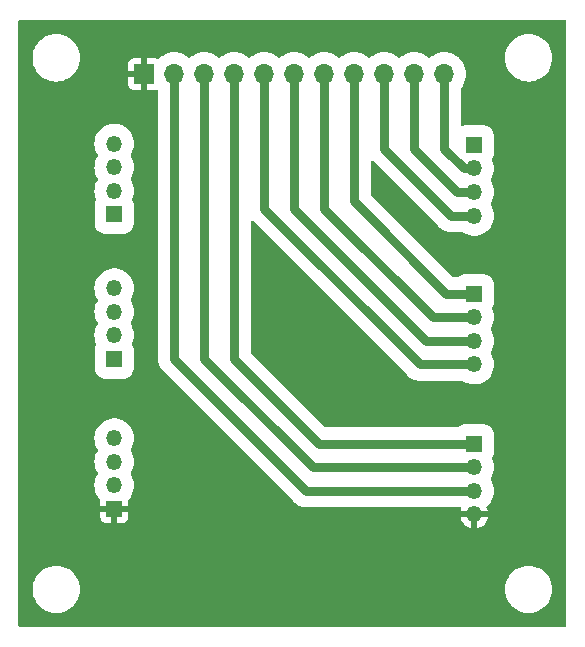
<source format=gbl>
G04 #@! TF.GenerationSoftware,KiCad,Pcbnew,(7.0.0-0)*
G04 #@! TF.CreationDate,2023-05-28T12:49:39+02:00*
G04 #@! TF.ProjectId,bms-breakout-board,626d732d-6272-4656-916b-6f75742d626f,rev?*
G04 #@! TF.SameCoordinates,Original*
G04 #@! TF.FileFunction,Copper,L2,Bot*
G04 #@! TF.FilePolarity,Positive*
%FSLAX46Y46*%
G04 Gerber Fmt 4.6, Leading zero omitted, Abs format (unit mm)*
G04 Created by KiCad (PCBNEW (7.0.0-0)) date 2023-05-28 12:49:39*
%MOMM*%
%LPD*%
G01*
G04 APERTURE LIST*
G04 #@! TA.AperFunction,ComponentPad*
%ADD10R,1.350000X1.350000*%
G04 #@! TD*
G04 #@! TA.AperFunction,ComponentPad*
%ADD11O,1.350000X1.350000*%
G04 #@! TD*
G04 #@! TA.AperFunction,ComponentPad*
%ADD12O,1.700000X1.700000*%
G04 #@! TD*
G04 #@! TA.AperFunction,ComponentPad*
%ADD13R,1.700000X1.700000*%
G04 #@! TD*
G04 #@! TA.AperFunction,Conductor*
%ADD14C,0.760000*%
G04 #@! TD*
G04 APERTURE END LIST*
D10*
X88899999Y-108869999D03*
D11*
X88899999Y-110869999D03*
X88899999Y-112869999D03*
X88899999Y-114869999D03*
D10*
X88899999Y-121459999D03*
D11*
X88899999Y-123459999D03*
X88899999Y-125459999D03*
X88899999Y-127459999D03*
D12*
X86359999Y-102869999D03*
X83819999Y-102869999D03*
X81279999Y-102869999D03*
X78739999Y-102869999D03*
X76199999Y-102869999D03*
X73659999Y-102869999D03*
X71119999Y-102869999D03*
X68579999Y-102869999D03*
X66039999Y-102869999D03*
X63499999Y-102869999D03*
D13*
X60959999Y-102869999D03*
D10*
X58419999Y-139699999D03*
D11*
X58419999Y-137699999D03*
X58419999Y-135699999D03*
X58419999Y-133699999D03*
D10*
X58419999Y-126999999D03*
D11*
X58419999Y-124999999D03*
X58419999Y-122999999D03*
X58419999Y-120999999D03*
D10*
X58419999Y-114759999D03*
D11*
X58419999Y-112759999D03*
X58419999Y-110759999D03*
X58419999Y-108759999D03*
D10*
X88899999Y-134159999D03*
D11*
X88899999Y-136159999D03*
X88899999Y-138159999D03*
X88899999Y-140159999D03*
D14*
X88900000Y-138160000D02*
X74660000Y-138160000D01*
X74660000Y-138160000D02*
X63500000Y-127000000D01*
X63500000Y-127000000D02*
X63500000Y-102870000D01*
X88900000Y-136160000D02*
X75200000Y-136160000D01*
X75200000Y-136160000D02*
X66040000Y-127000000D01*
X66040000Y-127000000D02*
X66040000Y-102870000D01*
X88900000Y-134160000D02*
X75740000Y-134160000D01*
X75740000Y-134160000D02*
X68580000Y-127000000D01*
X68580000Y-127000000D02*
X68580000Y-102870000D01*
X88900000Y-127460000D02*
X84280000Y-127460000D01*
X84280000Y-127460000D02*
X71120000Y-114300000D01*
X71120000Y-114300000D02*
X71120000Y-102870000D01*
X88900000Y-125460000D02*
X84820000Y-125460000D01*
X84820000Y-125460000D02*
X73660000Y-114300000D01*
X73660000Y-114300000D02*
X73660000Y-102870000D01*
X88900000Y-123460000D02*
X85360000Y-123460000D01*
X85360000Y-123460000D02*
X76200000Y-114300000D01*
X76200000Y-114300000D02*
X76200000Y-102870000D01*
X88900000Y-121460000D02*
X86535000Y-121460000D01*
X86535000Y-121460000D02*
X78740000Y-113665000D01*
X78740000Y-113665000D02*
X78740000Y-102870000D01*
X88900000Y-114870000D02*
X86930000Y-114870000D01*
X86930000Y-114870000D02*
X81280000Y-109220000D01*
X81280000Y-109220000D02*
X81280000Y-102870000D01*
X88900000Y-112870000D02*
X87470000Y-112870000D01*
X87470000Y-112870000D02*
X83820000Y-109220000D01*
X83820000Y-109220000D02*
X83820000Y-102870000D01*
X88900000Y-110870000D02*
X88010000Y-110870000D01*
X88010000Y-110870000D02*
X86360000Y-109220000D01*
X86360000Y-109220000D02*
X86360000Y-102870000D01*
G04 #@! TA.AperFunction,Conductor*
G36*
X96637500Y-98317113D02*
G01*
X96682887Y-98362500D01*
X96699500Y-98424500D01*
X96699500Y-149575500D01*
X96682887Y-149637500D01*
X96637500Y-149682887D01*
X96575500Y-149699500D01*
X50424500Y-149699500D01*
X50362500Y-149682887D01*
X50317113Y-149637500D01*
X50300500Y-149575500D01*
X50300500Y-146500000D01*
X51494390Y-146500000D01*
X51494706Y-146504418D01*
X51514487Y-146781005D01*
X51514488Y-146781014D01*
X51514804Y-146785428D01*
X51515744Y-146789753D01*
X51515746Y-146789761D01*
X51551565Y-146954417D01*
X51575631Y-147065046D01*
X51577175Y-147069185D01*
X51577176Y-147069189D01*
X51613317Y-147166088D01*
X51675633Y-147333161D01*
X51677753Y-147337043D01*
X51677756Y-147337050D01*
X51782922Y-147529646D01*
X51812774Y-147584315D01*
X51984261Y-147813395D01*
X52186605Y-148015739D01*
X52415685Y-148187226D01*
X52666839Y-148324367D01*
X52934954Y-148424369D01*
X53214572Y-148485196D01*
X53500000Y-148505610D01*
X53785428Y-148485196D01*
X54065046Y-148424369D01*
X54333161Y-148324367D01*
X54584315Y-148187226D01*
X54813395Y-148015739D01*
X55015739Y-147813395D01*
X55187226Y-147584315D01*
X55324367Y-147333161D01*
X55424369Y-147065046D01*
X55485196Y-146785428D01*
X55505610Y-146500000D01*
X91494390Y-146500000D01*
X91494706Y-146504418D01*
X91514487Y-146781005D01*
X91514488Y-146781014D01*
X91514804Y-146785428D01*
X91515744Y-146789753D01*
X91515746Y-146789761D01*
X91551565Y-146954417D01*
X91575631Y-147065046D01*
X91577175Y-147069185D01*
X91577176Y-147069189D01*
X91613317Y-147166088D01*
X91675633Y-147333161D01*
X91677753Y-147337043D01*
X91677756Y-147337050D01*
X91782922Y-147529646D01*
X91812774Y-147584315D01*
X91984261Y-147813395D01*
X92186605Y-148015739D01*
X92415685Y-148187226D01*
X92666839Y-148324367D01*
X92934954Y-148424369D01*
X93214572Y-148485196D01*
X93500000Y-148505610D01*
X93785428Y-148485196D01*
X94065046Y-148424369D01*
X94333161Y-148324367D01*
X94584315Y-148187226D01*
X94813395Y-148015739D01*
X95015739Y-147813395D01*
X95187226Y-147584315D01*
X95324367Y-147333161D01*
X95424369Y-147065046D01*
X95485196Y-146785428D01*
X95505610Y-146500000D01*
X95485196Y-146214572D01*
X95424369Y-145934954D01*
X95324367Y-145666839D01*
X95187226Y-145415685D01*
X95015739Y-145186605D01*
X94813395Y-144984261D01*
X94584315Y-144812774D01*
X94580420Y-144810647D01*
X94337050Y-144677756D01*
X94337043Y-144677753D01*
X94333161Y-144675633D01*
X94329017Y-144674087D01*
X94329012Y-144674085D01*
X94069189Y-144577176D01*
X94069185Y-144577175D01*
X94065046Y-144575631D01*
X94035075Y-144569111D01*
X93789761Y-144515746D01*
X93789753Y-144515744D01*
X93785428Y-144514804D01*
X93781014Y-144514488D01*
X93781005Y-144514487D01*
X93504418Y-144494706D01*
X93500000Y-144494390D01*
X93495582Y-144494706D01*
X93218994Y-144514487D01*
X93218983Y-144514488D01*
X93214572Y-144514804D01*
X93210248Y-144515744D01*
X93210238Y-144515746D01*
X92939279Y-144574690D01*
X92939276Y-144574690D01*
X92934954Y-144575631D01*
X92930818Y-144577173D01*
X92930810Y-144577176D01*
X92670987Y-144674085D01*
X92670976Y-144674089D01*
X92666839Y-144675633D01*
X92662961Y-144677750D01*
X92662949Y-144677756D01*
X92419579Y-144810647D01*
X92419571Y-144810651D01*
X92415685Y-144812774D01*
X92412135Y-144815431D01*
X92412131Y-144815434D01*
X92190156Y-144981602D01*
X92190149Y-144981607D01*
X92186605Y-144984261D01*
X92183474Y-144987391D01*
X92183467Y-144987398D01*
X91987398Y-145183467D01*
X91987391Y-145183474D01*
X91984261Y-145186605D01*
X91981607Y-145190149D01*
X91981602Y-145190156D01*
X91960478Y-145218375D01*
X91812774Y-145415685D01*
X91810651Y-145419571D01*
X91810647Y-145419579D01*
X91677756Y-145662949D01*
X91677750Y-145662961D01*
X91675633Y-145666839D01*
X91674089Y-145670976D01*
X91674085Y-145670987D01*
X91577176Y-145930810D01*
X91577173Y-145930818D01*
X91575631Y-145934954D01*
X91574690Y-145939276D01*
X91574690Y-145939279D01*
X91515746Y-146210238D01*
X91515744Y-146210248D01*
X91514804Y-146214572D01*
X91514488Y-146218983D01*
X91514487Y-146218994D01*
X91495272Y-146487654D01*
X91494390Y-146500000D01*
X55505610Y-146500000D01*
X55485196Y-146214572D01*
X55424369Y-145934954D01*
X55324367Y-145666839D01*
X55187226Y-145415685D01*
X55015739Y-145186605D01*
X54813395Y-144984261D01*
X54584315Y-144812774D01*
X54580420Y-144810647D01*
X54337050Y-144677756D01*
X54337043Y-144677753D01*
X54333161Y-144675633D01*
X54329017Y-144674087D01*
X54329012Y-144674085D01*
X54069189Y-144577176D01*
X54069185Y-144577175D01*
X54065046Y-144575631D01*
X54035075Y-144569111D01*
X53789761Y-144515746D01*
X53789753Y-144515744D01*
X53785428Y-144514804D01*
X53781014Y-144514488D01*
X53781005Y-144514487D01*
X53504418Y-144494706D01*
X53500000Y-144494390D01*
X53495582Y-144494706D01*
X53218994Y-144514487D01*
X53218983Y-144514488D01*
X53214572Y-144514804D01*
X53210248Y-144515744D01*
X53210238Y-144515746D01*
X52939279Y-144574690D01*
X52939276Y-144574690D01*
X52934954Y-144575631D01*
X52930818Y-144577173D01*
X52930810Y-144577176D01*
X52670987Y-144674085D01*
X52670976Y-144674089D01*
X52666839Y-144675633D01*
X52662961Y-144677750D01*
X52662949Y-144677756D01*
X52419579Y-144810647D01*
X52419571Y-144810651D01*
X52415685Y-144812774D01*
X52412135Y-144815431D01*
X52412131Y-144815434D01*
X52190156Y-144981602D01*
X52190149Y-144981607D01*
X52186605Y-144984261D01*
X52183474Y-144987391D01*
X52183467Y-144987398D01*
X51987398Y-145183467D01*
X51987391Y-145183474D01*
X51984261Y-145186605D01*
X51981607Y-145190149D01*
X51981602Y-145190156D01*
X51960478Y-145218375D01*
X51812774Y-145415685D01*
X51810651Y-145419571D01*
X51810647Y-145419579D01*
X51677756Y-145662949D01*
X51677750Y-145662961D01*
X51675633Y-145666839D01*
X51674089Y-145670976D01*
X51674085Y-145670987D01*
X51577176Y-145930810D01*
X51577173Y-145930818D01*
X51575631Y-145934954D01*
X51574690Y-145939276D01*
X51574690Y-145939279D01*
X51515746Y-146210238D01*
X51515744Y-146210248D01*
X51514804Y-146214572D01*
X51514488Y-146218983D01*
X51514487Y-146218994D01*
X51495272Y-146487654D01*
X51494390Y-146500000D01*
X50300500Y-146500000D01*
X50300500Y-140419518D01*
X57245000Y-140419518D01*
X57245353Y-140426114D01*
X57250573Y-140474667D01*
X57254111Y-140489641D01*
X57298547Y-140608777D01*
X57306962Y-140624189D01*
X57382498Y-140725092D01*
X57394907Y-140737501D01*
X57495810Y-140813037D01*
X57511222Y-140821452D01*
X57630358Y-140865888D01*
X57645332Y-140869426D01*
X57693885Y-140874646D01*
X57700482Y-140875000D01*
X58153674Y-140875000D01*
X58166549Y-140871549D01*
X58170000Y-140858674D01*
X58670000Y-140858674D01*
X58673450Y-140871549D01*
X58686326Y-140875000D01*
X59139518Y-140875000D01*
X59146114Y-140874646D01*
X59194667Y-140869426D01*
X59209641Y-140865888D01*
X59328777Y-140821452D01*
X59344189Y-140813037D01*
X59445092Y-140737501D01*
X59457501Y-140725092D01*
X59533037Y-140624189D01*
X59541452Y-140608777D01*
X59585888Y-140489641D01*
X59589426Y-140474667D01*
X59594646Y-140426114D01*
X59595000Y-140419518D01*
X59595000Y-140412579D01*
X87752911Y-140412579D01*
X87753432Y-140423838D01*
X87798080Y-140580757D01*
X87802208Y-140591413D01*
X87894160Y-140776078D01*
X87900169Y-140785782D01*
X88024487Y-140950406D01*
X88032181Y-140958847D01*
X88184635Y-141097826D01*
X88193740Y-141104702D01*
X88369140Y-141213305D01*
X88379362Y-141218395D01*
X88571714Y-141292913D01*
X88582708Y-141296041D01*
X88636570Y-141306109D01*
X88647598Y-141305727D01*
X88650000Y-141294960D01*
X89150000Y-141294960D01*
X89152401Y-141305727D01*
X89163429Y-141306109D01*
X89217291Y-141296041D01*
X89228285Y-141292913D01*
X89420637Y-141218395D01*
X89430859Y-141213305D01*
X89606259Y-141104702D01*
X89615364Y-141097826D01*
X89767818Y-140958847D01*
X89775512Y-140950406D01*
X89899830Y-140785782D01*
X89905839Y-140776078D01*
X89997791Y-140591413D01*
X90001919Y-140580757D01*
X90046567Y-140423838D01*
X90047088Y-140412579D01*
X90036120Y-140410000D01*
X89166326Y-140410000D01*
X89153450Y-140413450D01*
X89150000Y-140426326D01*
X89150000Y-141294960D01*
X88650000Y-141294960D01*
X88650000Y-140426326D01*
X88646549Y-140413450D01*
X88633674Y-140410000D01*
X87763880Y-140410000D01*
X87752911Y-140412579D01*
X59595000Y-140412579D01*
X59595000Y-139966326D01*
X59591549Y-139953450D01*
X59578674Y-139950000D01*
X58686326Y-139950000D01*
X58673450Y-139953450D01*
X58670000Y-139966326D01*
X58670000Y-140858674D01*
X58170000Y-140858674D01*
X58170000Y-139966326D01*
X58166549Y-139953450D01*
X58153674Y-139950000D01*
X57261326Y-139950000D01*
X57248450Y-139953450D01*
X57245000Y-139966326D01*
X57245000Y-140419518D01*
X50300500Y-140419518D01*
X50300500Y-137700000D01*
X56739802Y-137700000D01*
X56740149Y-137704631D01*
X56755168Y-137905059D01*
X56758568Y-137950421D01*
X56814448Y-138195247D01*
X56816143Y-138199565D01*
X56816144Y-138199569D01*
X56904496Y-138424686D01*
X56904499Y-138424692D01*
X56906194Y-138429011D01*
X56908512Y-138433026D01*
X56908515Y-138433032D01*
X56979404Y-138555814D01*
X57031755Y-138646489D01*
X57042186Y-138659569D01*
X57185434Y-138839197D01*
X57185439Y-138839202D01*
X57188328Y-138842825D01*
X57207395Y-138860516D01*
X57239198Y-138907981D01*
X57246344Y-138964669D01*
X57245353Y-138973883D01*
X57245000Y-138980482D01*
X57245000Y-139433674D01*
X57248450Y-139446549D01*
X57261326Y-139450000D01*
X59578674Y-139450000D01*
X59591549Y-139446549D01*
X59595000Y-139433674D01*
X59595000Y-138980482D01*
X59594646Y-138973889D01*
X59593656Y-138964679D01*
X59600800Y-138907984D01*
X59632603Y-138860517D01*
X59651672Y-138842825D01*
X59808245Y-138646489D01*
X59933806Y-138429011D01*
X60025552Y-138195247D01*
X60081432Y-137950421D01*
X60100198Y-137700000D01*
X60081432Y-137449579D01*
X60025552Y-137204753D01*
X59933806Y-136970989D01*
X59931484Y-136966967D01*
X59813146Y-136761999D01*
X59796533Y-136699999D01*
X59813145Y-136638001D01*
X59933806Y-136429011D01*
X60025552Y-136195247D01*
X60081432Y-135950421D01*
X60100198Y-135700000D01*
X60081432Y-135449579D01*
X60025552Y-135204753D01*
X59933806Y-134970989D01*
X59813145Y-134761999D01*
X59796533Y-134700000D01*
X59813146Y-134638000D01*
X59931484Y-134433032D01*
X59933806Y-134429011D01*
X60025552Y-134195247D01*
X60081432Y-133950421D01*
X60100198Y-133700000D01*
X60081432Y-133449579D01*
X60025552Y-133204753D01*
X59933806Y-132970989D01*
X59808245Y-132753511D01*
X59651672Y-132557175D01*
X59467586Y-132386368D01*
X59463757Y-132383757D01*
X59463754Y-132383755D01*
X59357693Y-132311444D01*
X59260099Y-132244906D01*
X59255913Y-132242890D01*
X59038024Y-132137960D01*
X59038018Y-132137957D01*
X59033845Y-132135948D01*
X59029423Y-132134584D01*
X59029413Y-132134580D01*
X58798309Y-132063294D01*
X58798303Y-132063292D01*
X58793879Y-132061928D01*
X58789302Y-132061238D01*
X58789293Y-132061236D01*
X58550146Y-132025191D01*
X58550144Y-132025190D01*
X58545561Y-132024500D01*
X58294439Y-132024500D01*
X58289856Y-132025190D01*
X58289853Y-132025191D01*
X58050706Y-132061236D01*
X58050694Y-132061238D01*
X58046121Y-132061928D01*
X58041699Y-132063291D01*
X58041690Y-132063294D01*
X57810586Y-132134580D01*
X57810571Y-132134585D01*
X57806155Y-132135948D01*
X57801985Y-132137955D01*
X57801975Y-132137960D01*
X57584086Y-132242890D01*
X57584079Y-132242893D01*
X57579901Y-132244906D01*
X57576068Y-132247519D01*
X57576065Y-132247521D01*
X57376245Y-132383755D01*
X57376235Y-132383762D01*
X57372414Y-132386368D01*
X57369018Y-132389518D01*
X57369008Y-132389527D01*
X57191732Y-132554016D01*
X57191728Y-132554019D01*
X57188328Y-132557175D01*
X57185438Y-132560797D01*
X57185435Y-132560802D01*
X57034647Y-132749884D01*
X57031755Y-132753511D01*
X57029436Y-132757527D01*
X57029435Y-132757529D01*
X56908515Y-132966967D01*
X56908509Y-132966978D01*
X56906194Y-132970989D01*
X56904501Y-132975302D01*
X56904496Y-132975313D01*
X56816144Y-133200430D01*
X56816141Y-133200437D01*
X56814448Y-133204753D01*
X56813416Y-133209271D01*
X56813415Y-133209277D01*
X56759599Y-133445059D01*
X56759597Y-133445067D01*
X56758568Y-133449579D01*
X56739802Y-133700000D01*
X56758568Y-133950421D01*
X56814448Y-134195247D01*
X56816143Y-134199565D01*
X56816144Y-134199569D01*
X56904496Y-134424686D01*
X56904499Y-134424692D01*
X56906194Y-134429011D01*
X56908512Y-134433026D01*
X56908515Y-134433032D01*
X57026853Y-134638000D01*
X57043466Y-134700000D01*
X57026853Y-134762000D01*
X56908515Y-134966967D01*
X56908509Y-134966978D01*
X56906194Y-134970989D01*
X56904501Y-134975302D01*
X56904496Y-134975313D01*
X56816144Y-135200430D01*
X56816141Y-135200437D01*
X56814448Y-135204753D01*
X56813416Y-135209271D01*
X56813415Y-135209277D01*
X56759599Y-135445059D01*
X56759597Y-135445067D01*
X56758568Y-135449579D01*
X56739802Y-135700000D01*
X56740149Y-135704631D01*
X56755168Y-135905059D01*
X56758568Y-135950421D01*
X56814448Y-136195247D01*
X56816143Y-136199565D01*
X56816144Y-136199569D01*
X56904496Y-136424686D01*
X56904499Y-136424692D01*
X56906194Y-136429011D01*
X56908512Y-136433026D01*
X56908515Y-136433032D01*
X57026853Y-136637999D01*
X57043466Y-136699999D01*
X57026853Y-136761998D01*
X56908518Y-136966961D01*
X56908510Y-136966977D01*
X56906194Y-136970989D01*
X56904501Y-136975302D01*
X56904496Y-136975313D01*
X56816144Y-137200430D01*
X56816141Y-137200437D01*
X56814448Y-137204753D01*
X56813416Y-137209271D01*
X56813415Y-137209277D01*
X56759599Y-137445059D01*
X56759597Y-137445067D01*
X56758568Y-137449579D01*
X56739802Y-137700000D01*
X50300500Y-137700000D01*
X50300500Y-125000000D01*
X56739802Y-125000000D01*
X56740149Y-125004631D01*
X56755168Y-125205059D01*
X56758568Y-125250421D01*
X56814448Y-125495247D01*
X56816142Y-125499564D01*
X56816144Y-125499569D01*
X56894703Y-125699734D01*
X56903096Y-125751690D01*
X56889184Y-125802447D01*
X56814004Y-125946373D01*
X56814004Y-125946374D01*
X56811091Y-125951951D01*
X56809362Y-125957991D01*
X56809360Y-125957998D01*
X56756734Y-126141919D01*
X56755114Y-126147582D01*
X56754592Y-126153445D01*
X56754592Y-126153449D01*
X56744742Y-126264232D01*
X56744741Y-126264250D01*
X56744500Y-126266963D01*
X56744500Y-126269705D01*
X56744500Y-126269706D01*
X56744500Y-127730292D01*
X56744500Y-127730314D01*
X56744501Y-127733036D01*
X56744742Y-127735749D01*
X56744743Y-127735767D01*
X56754592Y-127846550D01*
X56755114Y-127852418D01*
X56756731Y-127858070D01*
X56756733Y-127858079D01*
X56808802Y-128040050D01*
X56811091Y-128048049D01*
X56814004Y-128053625D01*
X56886823Y-128193032D01*
X56905302Y-128228407D01*
X57033891Y-128386109D01*
X57191593Y-128514698D01*
X57371951Y-128608909D01*
X57567582Y-128664886D01*
X57686963Y-128675500D01*
X59153036Y-128675499D01*
X59272418Y-128664886D01*
X59468049Y-128608909D01*
X59648407Y-128514698D01*
X59806109Y-128386109D01*
X59934698Y-128228407D01*
X60028909Y-128048049D01*
X60084886Y-127852418D01*
X60095500Y-127733037D01*
X60095499Y-126266964D01*
X60084886Y-126147582D01*
X60028909Y-125951951D01*
X59950815Y-125802447D01*
X59936903Y-125751690D01*
X59945296Y-125699734D01*
X60025552Y-125495247D01*
X60081432Y-125250421D01*
X60100198Y-125000000D01*
X60081432Y-124749579D01*
X60025552Y-124504753D01*
X59933806Y-124270989D01*
X59888797Y-124193032D01*
X59813146Y-124062000D01*
X59796533Y-124000000D01*
X59813146Y-123938000D01*
X59931484Y-123733032D01*
X59933806Y-123729011D01*
X60025552Y-123495247D01*
X60081432Y-123250421D01*
X60100198Y-123000000D01*
X60081432Y-122749579D01*
X60025552Y-122504753D01*
X59933806Y-122270989D01*
X59813145Y-122061999D01*
X59796533Y-122000000D01*
X59813146Y-121938000D01*
X59931484Y-121733032D01*
X59933806Y-121729011D01*
X60025552Y-121495247D01*
X60081432Y-121250421D01*
X60100198Y-121000000D01*
X60081432Y-120749579D01*
X60025552Y-120504753D01*
X59933806Y-120270989D01*
X59808245Y-120053511D01*
X59651672Y-119857175D01*
X59467586Y-119686368D01*
X59463757Y-119683757D01*
X59463754Y-119683755D01*
X59357693Y-119611444D01*
X59260099Y-119544906D01*
X59255913Y-119542890D01*
X59038024Y-119437960D01*
X59038018Y-119437957D01*
X59033845Y-119435948D01*
X59029423Y-119434584D01*
X59029413Y-119434580D01*
X58798309Y-119363294D01*
X58798303Y-119363292D01*
X58793879Y-119361928D01*
X58789302Y-119361238D01*
X58789293Y-119361236D01*
X58550146Y-119325191D01*
X58550144Y-119325190D01*
X58545561Y-119324500D01*
X58294439Y-119324500D01*
X58289856Y-119325190D01*
X58289853Y-119325191D01*
X58050706Y-119361236D01*
X58050694Y-119361238D01*
X58046121Y-119361928D01*
X58041699Y-119363291D01*
X58041690Y-119363294D01*
X57810586Y-119434580D01*
X57810571Y-119434585D01*
X57806155Y-119435948D01*
X57801985Y-119437955D01*
X57801975Y-119437960D01*
X57584086Y-119542890D01*
X57584079Y-119542893D01*
X57579901Y-119544906D01*
X57576068Y-119547519D01*
X57576065Y-119547521D01*
X57376245Y-119683755D01*
X57376235Y-119683762D01*
X57372414Y-119686368D01*
X57369018Y-119689518D01*
X57369008Y-119689527D01*
X57191732Y-119854016D01*
X57191728Y-119854019D01*
X57188328Y-119857175D01*
X57185438Y-119860797D01*
X57185435Y-119860802D01*
X57034647Y-120049884D01*
X57031755Y-120053511D01*
X57029436Y-120057527D01*
X57029435Y-120057529D01*
X56908515Y-120266967D01*
X56908509Y-120266978D01*
X56906194Y-120270989D01*
X56904501Y-120275302D01*
X56904496Y-120275313D01*
X56816144Y-120500430D01*
X56816141Y-120500437D01*
X56814448Y-120504753D01*
X56813416Y-120509271D01*
X56813415Y-120509277D01*
X56759599Y-120745059D01*
X56759597Y-120745067D01*
X56758568Y-120749579D01*
X56739802Y-121000000D01*
X56758568Y-121250421D01*
X56814448Y-121495247D01*
X56816143Y-121499565D01*
X56816144Y-121499569D01*
X56904496Y-121724686D01*
X56904499Y-121724692D01*
X56906194Y-121729011D01*
X56908512Y-121733026D01*
X56908515Y-121733032D01*
X57026853Y-121938000D01*
X57043466Y-122000000D01*
X57026853Y-122062000D01*
X56908515Y-122266967D01*
X56908509Y-122266978D01*
X56906194Y-122270989D01*
X56904501Y-122275302D01*
X56904496Y-122275313D01*
X56816144Y-122500430D01*
X56816141Y-122500437D01*
X56814448Y-122504753D01*
X56813416Y-122509271D01*
X56813415Y-122509277D01*
X56759599Y-122745059D01*
X56759597Y-122745067D01*
X56758568Y-122749579D01*
X56739802Y-123000000D01*
X56740149Y-123004631D01*
X56755168Y-123205059D01*
X56758568Y-123250421D01*
X56814448Y-123495247D01*
X56816143Y-123499565D01*
X56816144Y-123499569D01*
X56904496Y-123724686D01*
X56904499Y-123724692D01*
X56906194Y-123729011D01*
X56908512Y-123733026D01*
X56908515Y-123733032D01*
X57026853Y-123938000D01*
X57043466Y-124000000D01*
X57026853Y-124062000D01*
X56908515Y-124266967D01*
X56908509Y-124266978D01*
X56906194Y-124270989D01*
X56904501Y-124275302D01*
X56904496Y-124275313D01*
X56816144Y-124500430D01*
X56816141Y-124500437D01*
X56814448Y-124504753D01*
X56813416Y-124509271D01*
X56813415Y-124509277D01*
X56759599Y-124745059D01*
X56759597Y-124745067D01*
X56758568Y-124749579D01*
X56739802Y-125000000D01*
X50300500Y-125000000D01*
X50300500Y-112760000D01*
X56739802Y-112760000D01*
X56758568Y-113010421D01*
X56759598Y-113014934D01*
X56759599Y-113014940D01*
X56784706Y-113124940D01*
X56814448Y-113255247D01*
X56816142Y-113259564D01*
X56816144Y-113259569D01*
X56894703Y-113459734D01*
X56903096Y-113511690D01*
X56889184Y-113562447D01*
X56814004Y-113706373D01*
X56814004Y-113706374D01*
X56811091Y-113711951D01*
X56809362Y-113717991D01*
X56809360Y-113717998D01*
X56756734Y-113901919D01*
X56755114Y-113907582D01*
X56754592Y-113913445D01*
X56754592Y-113913449D01*
X56744742Y-114024232D01*
X56744741Y-114024250D01*
X56744500Y-114026963D01*
X56744500Y-114029705D01*
X56744500Y-114029706D01*
X56744500Y-115490292D01*
X56744500Y-115490314D01*
X56744501Y-115493036D01*
X56744742Y-115495749D01*
X56744743Y-115495767D01*
X56754592Y-115606550D01*
X56755114Y-115612418D01*
X56756731Y-115618070D01*
X56756733Y-115618079D01*
X56809360Y-115802001D01*
X56811091Y-115808049D01*
X56905302Y-115988407D01*
X56909275Y-115993279D01*
X56909276Y-115993281D01*
X57029920Y-116141239D01*
X57033891Y-116146109D01*
X57191593Y-116274698D01*
X57371951Y-116368909D01*
X57567582Y-116424886D01*
X57686963Y-116435500D01*
X59153036Y-116435499D01*
X59272418Y-116424886D01*
X59468049Y-116368909D01*
X59648407Y-116274698D01*
X59806109Y-116146109D01*
X59934698Y-115988407D01*
X60028909Y-115808049D01*
X60084886Y-115612418D01*
X60095500Y-115493037D01*
X60095499Y-114026964D01*
X60084886Y-113907582D01*
X60028909Y-113711951D01*
X59950815Y-113562447D01*
X59936903Y-113511690D01*
X59945296Y-113459734D01*
X60025552Y-113255247D01*
X60081432Y-113010421D01*
X60100198Y-112760000D01*
X60081432Y-112509579D01*
X60025552Y-112264753D01*
X59933806Y-112030989D01*
X59813145Y-111821999D01*
X59796533Y-111760000D01*
X59813146Y-111698000D01*
X59870297Y-111599011D01*
X59933806Y-111489011D01*
X60025552Y-111255247D01*
X60081432Y-111010421D01*
X60100198Y-110760000D01*
X60081432Y-110509579D01*
X60025552Y-110264753D01*
X59933806Y-110030989D01*
X59813145Y-109821999D01*
X59796533Y-109760000D01*
X59813146Y-109698000D01*
X59931484Y-109493032D01*
X59933806Y-109489011D01*
X60025552Y-109255247D01*
X60081432Y-109010421D01*
X60100198Y-108760000D01*
X60081432Y-108509579D01*
X60025552Y-108264753D01*
X59933806Y-108030989D01*
X59926065Y-108017582D01*
X59917580Y-108002885D01*
X59808245Y-107813511D01*
X59651672Y-107617175D01*
X59508026Y-107483891D01*
X59470991Y-107449527D01*
X59470988Y-107449524D01*
X59467586Y-107446368D01*
X59463757Y-107443757D01*
X59463754Y-107443755D01*
X59329744Y-107352389D01*
X59260099Y-107304906D01*
X59255913Y-107302890D01*
X59038024Y-107197960D01*
X59038018Y-107197957D01*
X59033845Y-107195948D01*
X59029423Y-107194584D01*
X59029413Y-107194580D01*
X58798309Y-107123294D01*
X58798303Y-107123292D01*
X58793879Y-107121928D01*
X58789302Y-107121238D01*
X58789293Y-107121236D01*
X58550146Y-107085191D01*
X58550144Y-107085190D01*
X58545561Y-107084500D01*
X58294439Y-107084500D01*
X58289856Y-107085190D01*
X58289853Y-107085191D01*
X58050706Y-107121236D01*
X58050694Y-107121238D01*
X58046121Y-107121928D01*
X58041699Y-107123291D01*
X58041690Y-107123294D01*
X57810586Y-107194580D01*
X57810571Y-107194585D01*
X57806155Y-107195948D01*
X57801985Y-107197955D01*
X57801975Y-107197960D01*
X57584086Y-107302890D01*
X57584079Y-107302893D01*
X57579901Y-107304906D01*
X57576068Y-107307519D01*
X57576065Y-107307521D01*
X57376245Y-107443755D01*
X57376235Y-107443762D01*
X57372414Y-107446368D01*
X57369018Y-107449518D01*
X57369008Y-107449527D01*
X57191732Y-107614016D01*
X57191728Y-107614019D01*
X57188328Y-107617175D01*
X57185438Y-107620797D01*
X57185435Y-107620802D01*
X57168855Y-107641593D01*
X57031755Y-107813511D01*
X57029436Y-107817527D01*
X57029435Y-107817529D01*
X56908515Y-108026967D01*
X56908509Y-108026978D01*
X56906194Y-108030989D01*
X56904501Y-108035302D01*
X56904496Y-108035313D01*
X56816144Y-108260430D01*
X56816141Y-108260437D01*
X56814448Y-108264753D01*
X56813416Y-108269271D01*
X56813415Y-108269277D01*
X56759599Y-108505059D01*
X56759597Y-108505067D01*
X56758568Y-108509579D01*
X56739802Y-108760000D01*
X56758568Y-109010421D01*
X56814448Y-109255247D01*
X56816143Y-109259565D01*
X56816144Y-109259569D01*
X56904496Y-109484686D01*
X56904499Y-109484692D01*
X56906194Y-109489011D01*
X56908512Y-109493026D01*
X56908515Y-109493032D01*
X57026853Y-109698000D01*
X57043466Y-109760000D01*
X57026853Y-109822000D01*
X56908515Y-110026967D01*
X56908509Y-110026978D01*
X56906194Y-110030989D01*
X56904501Y-110035302D01*
X56904496Y-110035313D01*
X56816144Y-110260430D01*
X56816141Y-110260437D01*
X56814448Y-110264753D01*
X56813416Y-110269271D01*
X56813415Y-110269277D01*
X56759599Y-110505059D01*
X56759597Y-110505067D01*
X56758568Y-110509579D01*
X56758221Y-110514198D01*
X56758221Y-110514204D01*
X56750325Y-110619579D01*
X56739802Y-110760000D01*
X56758568Y-111010421D01*
X56759598Y-111014934D01*
X56759599Y-111014940D01*
X56784706Y-111124940D01*
X56814448Y-111255247D01*
X56816143Y-111259565D01*
X56816144Y-111259569D01*
X56904496Y-111484686D01*
X56904499Y-111484692D01*
X56906194Y-111489011D01*
X56908512Y-111493026D01*
X56908515Y-111493032D01*
X57026853Y-111698000D01*
X57043466Y-111760000D01*
X57026853Y-111822000D01*
X56908515Y-112026967D01*
X56908509Y-112026978D01*
X56906194Y-112030989D01*
X56904501Y-112035302D01*
X56904496Y-112035313D01*
X56816144Y-112260430D01*
X56816141Y-112260437D01*
X56814448Y-112264753D01*
X56813416Y-112269271D01*
X56813415Y-112269277D01*
X56759599Y-112505059D01*
X56759597Y-112505067D01*
X56758568Y-112509579D01*
X56758221Y-112514198D01*
X56758221Y-112514204D01*
X56750325Y-112619579D01*
X56739802Y-112760000D01*
X50300500Y-112760000D01*
X50300500Y-103764518D01*
X59610000Y-103764518D01*
X59610353Y-103771114D01*
X59615573Y-103819667D01*
X59619111Y-103834641D01*
X59663547Y-103953777D01*
X59671962Y-103969189D01*
X59747498Y-104070092D01*
X59759907Y-104082501D01*
X59860810Y-104158037D01*
X59876222Y-104166452D01*
X59995358Y-104210888D01*
X60010332Y-104214426D01*
X60058885Y-104219646D01*
X60065482Y-104220000D01*
X60693674Y-104220000D01*
X60706549Y-104216549D01*
X60710000Y-104203674D01*
X61210000Y-104203674D01*
X61213450Y-104216549D01*
X61226326Y-104220000D01*
X61854518Y-104220000D01*
X61861114Y-104219646D01*
X61909667Y-104214426D01*
X61924644Y-104210887D01*
X61952168Y-104200622D01*
X62010954Y-104193771D01*
X62066220Y-104214948D01*
X62105376Y-104259329D01*
X62119500Y-104316804D01*
X62119500Y-126952078D01*
X62119248Y-126959969D01*
X62114821Y-127029408D01*
X62115378Y-127034645D01*
X62115379Y-127034647D01*
X62125577Y-127130378D01*
X62125828Y-127132996D01*
X62133991Y-127228905D01*
X62133992Y-127228912D01*
X62134438Y-127234149D01*
X62135762Y-127239237D01*
X62135765Y-127239250D01*
X62135831Y-127239504D01*
X62139127Y-127257571D01*
X62139155Y-127257834D01*
X62139156Y-127257843D01*
X62139715Y-127263081D01*
X62141147Y-127268138D01*
X62141149Y-127268148D01*
X62167383Y-127360787D01*
X62168071Y-127363321D01*
X62193652Y-127461562D01*
X62195821Y-127466362D01*
X62195823Y-127466366D01*
X62195929Y-127466601D01*
X62202233Y-127483858D01*
X62202303Y-127484106D01*
X62202307Y-127484118D01*
X62203743Y-127489186D01*
X62206013Y-127493937D01*
X62206014Y-127493939D01*
X62247518Y-127580796D01*
X62248627Y-127583182D01*
X62290447Y-127675697D01*
X62293392Y-127680055D01*
X62293394Y-127680058D01*
X62293545Y-127680281D01*
X62302680Y-127696234D01*
X62305062Y-127701218D01*
X62308102Y-127705516D01*
X62308103Y-127705518D01*
X62363687Y-127784109D01*
X62365184Y-127786275D01*
X62419083Y-127866022D01*
X62419087Y-127866027D01*
X62422038Y-127870393D01*
X62425679Y-127874192D01*
X62425685Y-127874199D01*
X62425860Y-127874381D01*
X62437563Y-127888564D01*
X62440755Y-127893077D01*
X62444483Y-127896805D01*
X62444484Y-127896806D01*
X62512538Y-127964860D01*
X62514380Y-127966741D01*
X62584641Y-128040050D01*
X62589075Y-128043329D01*
X62603023Y-128055345D01*
X73649945Y-139102266D01*
X73655347Y-139108023D01*
X73701325Y-139160264D01*
X73780370Y-139224088D01*
X73782355Y-139225726D01*
X73859970Y-139291166D01*
X73864727Y-139293957D01*
X73879863Y-139304423D01*
X73884160Y-139307893D01*
X73888763Y-139310464D01*
X73888764Y-139310465D01*
X73972816Y-139357419D01*
X73975074Y-139358712D01*
X74013725Y-139381393D01*
X74058097Y-139407432D01*
X74058101Y-139407433D01*
X74062646Y-139410101D01*
X74067801Y-139412046D01*
X74084501Y-139419809D01*
X74089315Y-139422499D01*
X74185088Y-139456337D01*
X74187473Y-139457208D01*
X74282507Y-139493073D01*
X74287878Y-139494111D01*
X74287920Y-139494120D01*
X74305688Y-139498948D01*
X74310887Y-139500785D01*
X74411017Y-139517953D01*
X74413481Y-139518403D01*
X74513226Y-139537695D01*
X74518723Y-139537811D01*
X74537065Y-139539567D01*
X74542502Y-139540500D01*
X74644034Y-139540500D01*
X74646665Y-139540527D01*
X74748170Y-139542683D01*
X74753520Y-139541882D01*
X74753629Y-139541866D01*
X74771986Y-139540500D01*
X87695598Y-139540500D01*
X87755937Y-139556171D01*
X87801025Y-139599223D01*
X87819466Y-139658774D01*
X87806598Y-139719773D01*
X87802206Y-139728591D01*
X87798080Y-139739242D01*
X87753432Y-139896161D01*
X87752911Y-139907420D01*
X87763880Y-139910000D01*
X90036120Y-139910000D01*
X90047088Y-139907420D01*
X90046567Y-139896161D01*
X90001919Y-139739242D01*
X89997791Y-139728586D01*
X89936450Y-139605397D01*
X89923521Y-139554307D01*
X89932976Y-139502462D01*
X89963103Y-139459233D01*
X90131672Y-139302825D01*
X90288245Y-139106489D01*
X90413806Y-138889011D01*
X90505552Y-138655247D01*
X90561432Y-138410421D01*
X90580198Y-138160000D01*
X90561432Y-137909579D01*
X90505552Y-137664753D01*
X90413806Y-137430989D01*
X90293145Y-137221999D01*
X90276533Y-137160000D01*
X90293146Y-137098000D01*
X90413806Y-136889011D01*
X90505552Y-136655247D01*
X90561432Y-136410421D01*
X90580198Y-136160000D01*
X90561432Y-135909579D01*
X90505552Y-135664753D01*
X90425295Y-135460264D01*
X90416903Y-135408309D01*
X90430814Y-135357554D01*
X90508909Y-135208049D01*
X90564886Y-135012418D01*
X90575500Y-134893037D01*
X90575499Y-133426964D01*
X90564886Y-133307582D01*
X90508909Y-133111951D01*
X90414698Y-132931593D01*
X90286109Y-132773891D01*
X90128407Y-132645302D01*
X90122833Y-132642390D01*
X90122831Y-132642389D01*
X90038227Y-132598196D01*
X89948049Y-132551091D01*
X89942004Y-132549361D01*
X89942001Y-132549360D01*
X89758080Y-132496734D01*
X89758079Y-132496733D01*
X89752418Y-132495114D01*
X89746552Y-132494592D01*
X89746550Y-132494592D01*
X89635767Y-132484742D01*
X89635750Y-132484741D01*
X89633037Y-132484500D01*
X89630293Y-132484500D01*
X88169707Y-132484500D01*
X88169684Y-132484500D01*
X88166964Y-132484501D01*
X88164251Y-132484742D01*
X88164232Y-132484743D01*
X88053448Y-132494592D01*
X88053442Y-132494592D01*
X88047582Y-132495114D01*
X88041930Y-132496730D01*
X88041920Y-132496733D01*
X87857998Y-132549360D01*
X87857991Y-132549362D01*
X87851951Y-132551091D01*
X87846375Y-132554003D01*
X87846374Y-132554004D01*
X87677168Y-132642389D01*
X87677161Y-132642393D01*
X87671593Y-132645302D01*
X87666724Y-132649271D01*
X87666718Y-132649276D01*
X87541226Y-132751602D01*
X87504454Y-132772317D01*
X87462865Y-132779500D01*
X76363183Y-132779500D01*
X76315730Y-132770061D01*
X76275502Y-132743181D01*
X69996819Y-126464497D01*
X69969939Y-126424269D01*
X69960500Y-126376816D01*
X69960500Y-115393904D01*
X69974255Y-115337141D01*
X70012469Y-115292971D01*
X70066663Y-115271194D01*
X70124815Y-115276641D01*
X70174022Y-115308103D01*
X70204641Y-115340050D01*
X70209075Y-115343329D01*
X70223023Y-115355345D01*
X83269953Y-128402275D01*
X83275355Y-128408032D01*
X83321325Y-128460264D01*
X83392347Y-128517610D01*
X83400329Y-128524055D01*
X83402339Y-128525713D01*
X83479970Y-128591166D01*
X83484727Y-128593957D01*
X83499863Y-128604423D01*
X83504160Y-128607893D01*
X83508763Y-128610464D01*
X83508764Y-128610465D01*
X83592816Y-128657419D01*
X83595074Y-128658712D01*
X83633725Y-128681393D01*
X83678097Y-128707432D01*
X83678101Y-128707433D01*
X83682646Y-128710101D01*
X83687801Y-128712046D01*
X83704501Y-128719809D01*
X83709315Y-128722499D01*
X83805065Y-128756329D01*
X83807537Y-128757232D01*
X83902506Y-128793073D01*
X83907915Y-128794119D01*
X83925680Y-128798946D01*
X83925914Y-128799028D01*
X83930887Y-128800785D01*
X83936079Y-128801675D01*
X83936082Y-128801676D01*
X83959256Y-128805649D01*
X84030982Y-128817948D01*
X84033422Y-128818392D01*
X84133226Y-128837695D01*
X84138723Y-128837811D01*
X84157065Y-128839567D01*
X84162502Y-128840500D01*
X84264034Y-128840500D01*
X84266665Y-128840527D01*
X84368170Y-128842683D01*
X84373520Y-128841882D01*
X84373629Y-128841866D01*
X84391986Y-128840500D01*
X87912242Y-128840500D01*
X87948792Y-128846009D01*
X87982094Y-128862046D01*
X88059901Y-128915094D01*
X88286155Y-129024052D01*
X88290583Y-129025418D01*
X88290586Y-129025419D01*
X88406138Y-129061062D01*
X88526121Y-129098072D01*
X88774439Y-129135500D01*
X89020924Y-129135500D01*
X89025561Y-129135500D01*
X89273879Y-129098072D01*
X89513845Y-129024052D01*
X89740099Y-128915094D01*
X89947586Y-128773632D01*
X90131672Y-128602825D01*
X90288245Y-128406489D01*
X90413806Y-128189011D01*
X90505552Y-127955247D01*
X90561432Y-127710421D01*
X90580198Y-127460000D01*
X90561432Y-127209579D01*
X90505552Y-126964753D01*
X90413806Y-126730989D01*
X90293145Y-126521999D01*
X90276533Y-126460000D01*
X90293146Y-126398000D01*
X90367216Y-126269707D01*
X90413806Y-126189011D01*
X90505552Y-125955247D01*
X90561432Y-125710421D01*
X90580198Y-125460000D01*
X90561432Y-125209579D01*
X90505552Y-124964753D01*
X90413806Y-124730989D01*
X90293145Y-124521999D01*
X90276533Y-124460000D01*
X90293146Y-124398000D01*
X90413806Y-124189011D01*
X90505552Y-123955247D01*
X90561432Y-123710421D01*
X90580198Y-123460000D01*
X90561432Y-123209579D01*
X90505552Y-122964753D01*
X90425295Y-122760264D01*
X90416903Y-122708309D01*
X90430814Y-122657554D01*
X90508909Y-122508049D01*
X90564886Y-122312418D01*
X90575500Y-122193037D01*
X90575499Y-120726964D01*
X90564886Y-120607582D01*
X90508909Y-120411951D01*
X90414698Y-120231593D01*
X90286109Y-120073891D01*
X90128407Y-119945302D01*
X90122833Y-119942390D01*
X90122831Y-119942389D01*
X90038228Y-119898196D01*
X89948049Y-119851091D01*
X89942004Y-119849361D01*
X89942001Y-119849360D01*
X89758080Y-119796734D01*
X89758079Y-119796733D01*
X89752418Y-119795114D01*
X89746552Y-119794592D01*
X89746550Y-119794592D01*
X89635767Y-119784742D01*
X89635750Y-119784741D01*
X89633037Y-119784500D01*
X89630293Y-119784500D01*
X88169707Y-119784500D01*
X88169684Y-119784500D01*
X88166964Y-119784501D01*
X88164251Y-119784742D01*
X88164232Y-119784743D01*
X88053448Y-119794592D01*
X88053442Y-119794592D01*
X88047582Y-119795114D01*
X88041930Y-119796730D01*
X88041920Y-119796733D01*
X87857998Y-119849360D01*
X87857991Y-119849362D01*
X87851951Y-119851091D01*
X87846375Y-119854003D01*
X87846374Y-119854004D01*
X87677168Y-119942389D01*
X87677161Y-119942393D01*
X87671593Y-119945302D01*
X87666724Y-119949271D01*
X87666718Y-119949276D01*
X87541226Y-120051602D01*
X87504454Y-120072317D01*
X87462865Y-120079500D01*
X87158184Y-120079500D01*
X87110731Y-120070061D01*
X87070503Y-120043181D01*
X80156819Y-113129497D01*
X80129939Y-113089269D01*
X80120500Y-113041816D01*
X80120500Y-110313904D01*
X80134255Y-110257141D01*
X80172469Y-110212971D01*
X80226663Y-110191194D01*
X80284815Y-110196641D01*
X80334022Y-110228103D01*
X80364641Y-110260050D01*
X80369075Y-110263329D01*
X80383023Y-110275345D01*
X85919953Y-115812275D01*
X85925355Y-115818032D01*
X85971325Y-115870264D01*
X85975421Y-115873571D01*
X85975426Y-115873576D01*
X86050318Y-115934046D01*
X86052336Y-115935711D01*
X86129970Y-116001167D01*
X86134512Y-116003832D01*
X86134516Y-116003835D01*
X86134726Y-116003958D01*
X86149873Y-116014431D01*
X86154160Y-116017893D01*
X86158760Y-116020462D01*
X86158762Y-116020464D01*
X86242801Y-116067410D01*
X86245059Y-116068703D01*
X86283388Y-116091195D01*
X86328097Y-116117432D01*
X86328101Y-116117433D01*
X86332646Y-116120101D01*
X86337801Y-116122046D01*
X86354501Y-116129809D01*
X86359315Y-116132499D01*
X86455088Y-116166337D01*
X86457473Y-116167208D01*
X86552507Y-116203073D01*
X86557878Y-116204111D01*
X86557920Y-116204120D01*
X86575688Y-116208948D01*
X86580887Y-116210785D01*
X86681080Y-116227964D01*
X86683428Y-116228393D01*
X86783227Y-116247695D01*
X86788723Y-116247811D01*
X86807065Y-116249567D01*
X86812502Y-116250500D01*
X86914034Y-116250500D01*
X86916665Y-116250527D01*
X87018170Y-116252683D01*
X87023520Y-116251882D01*
X87023629Y-116251866D01*
X87041986Y-116250500D01*
X87912242Y-116250500D01*
X87948792Y-116256009D01*
X87982094Y-116272046D01*
X88059901Y-116325094D01*
X88286155Y-116434052D01*
X88290583Y-116435418D01*
X88290586Y-116435419D01*
X88290849Y-116435500D01*
X88526121Y-116508072D01*
X88774439Y-116545500D01*
X89020924Y-116545500D01*
X89025561Y-116545500D01*
X89273879Y-116508072D01*
X89513845Y-116434052D01*
X89740099Y-116325094D01*
X89947586Y-116183632D01*
X90131672Y-116012825D01*
X90288245Y-115816489D01*
X90413806Y-115599011D01*
X90505552Y-115365247D01*
X90561432Y-115120421D01*
X90580198Y-114870000D01*
X90561432Y-114619579D01*
X90505552Y-114374753D01*
X90413806Y-114140989D01*
X90293145Y-113931999D01*
X90276533Y-113870000D01*
X90293146Y-113808000D01*
X90351820Y-113706374D01*
X90413806Y-113599011D01*
X90505552Y-113365247D01*
X90561432Y-113120421D01*
X90580198Y-112870000D01*
X90561432Y-112619579D01*
X90505552Y-112374753D01*
X90413806Y-112140989D01*
X90293145Y-111931999D01*
X90276533Y-111870000D01*
X90293146Y-111808000D01*
X90320859Y-111760000D01*
X90413806Y-111599011D01*
X90505552Y-111365247D01*
X90561432Y-111120421D01*
X90580198Y-110870000D01*
X90561432Y-110619579D01*
X90505552Y-110374753D01*
X90425295Y-110170264D01*
X90416903Y-110118309D01*
X90430814Y-110067554D01*
X90508909Y-109918049D01*
X90564886Y-109722418D01*
X90575500Y-109603037D01*
X90575499Y-108136964D01*
X90564886Y-108017582D01*
X90508909Y-107821951D01*
X90414698Y-107641593D01*
X90286109Y-107483891D01*
X90128407Y-107355302D01*
X90122833Y-107352390D01*
X90122831Y-107352389D01*
X90028069Y-107302890D01*
X89948049Y-107261091D01*
X89942004Y-107259361D01*
X89942001Y-107259360D01*
X89758080Y-107206734D01*
X89758079Y-107206733D01*
X89752418Y-107205114D01*
X89746552Y-107204592D01*
X89746550Y-107204592D01*
X89635767Y-107194742D01*
X89635750Y-107194741D01*
X89633037Y-107194500D01*
X89630293Y-107194500D01*
X88169707Y-107194500D01*
X88169684Y-107194500D01*
X88166964Y-107194501D01*
X88164251Y-107194742D01*
X88164232Y-107194743D01*
X88053448Y-107204592D01*
X88053442Y-107204592D01*
X88047582Y-107205114D01*
X88041930Y-107206730D01*
X88041920Y-107206733D01*
X87935030Y-107237318D01*
X87898610Y-107247740D01*
X87841851Y-107250438D01*
X87789847Y-107227534D01*
X87753520Y-107183837D01*
X87740500Y-107128524D01*
X87740500Y-104155022D01*
X87746846Y-104115863D01*
X87765233Y-104080712D01*
X87773183Y-104070092D01*
X87920716Y-103873011D01*
X88047574Y-103640689D01*
X88140077Y-103392678D01*
X88196343Y-103134026D01*
X88215227Y-102870000D01*
X88196343Y-102605974D01*
X88140077Y-102347322D01*
X88047574Y-102099311D01*
X87920716Y-101866989D01*
X87762087Y-101655085D01*
X87607002Y-101500000D01*
X91494390Y-101500000D01*
X91494706Y-101504418D01*
X91514487Y-101781005D01*
X91514488Y-101781014D01*
X91514804Y-101785428D01*
X91515744Y-101789753D01*
X91515746Y-101789761D01*
X91569111Y-102035075D01*
X91575631Y-102065046D01*
X91577175Y-102069185D01*
X91577176Y-102069189D01*
X91613317Y-102166088D01*
X91675633Y-102333161D01*
X91677753Y-102337043D01*
X91677756Y-102337050D01*
X91782922Y-102529646D01*
X91812774Y-102584315D01*
X91984261Y-102813395D01*
X92186605Y-103015739D01*
X92415685Y-103187226D01*
X92666839Y-103324367D01*
X92934954Y-103424369D01*
X93214572Y-103485196D01*
X93500000Y-103505610D01*
X93785428Y-103485196D01*
X94065046Y-103424369D01*
X94333161Y-103324367D01*
X94584315Y-103187226D01*
X94813395Y-103015739D01*
X95015739Y-102813395D01*
X95187226Y-102584315D01*
X95324367Y-102333161D01*
X95424369Y-102065046D01*
X95485196Y-101785428D01*
X95505610Y-101500000D01*
X95485196Y-101214572D01*
X95424369Y-100934954D01*
X95324367Y-100666839D01*
X95187226Y-100415685D01*
X95015739Y-100186605D01*
X94813395Y-99984261D01*
X94584315Y-99812774D01*
X94580420Y-99810647D01*
X94337050Y-99677756D01*
X94337043Y-99677753D01*
X94333161Y-99675633D01*
X94329017Y-99674087D01*
X94329012Y-99674085D01*
X94069189Y-99577176D01*
X94069185Y-99577175D01*
X94065046Y-99575631D01*
X94035075Y-99569111D01*
X93789761Y-99515746D01*
X93789753Y-99515744D01*
X93785428Y-99514804D01*
X93781014Y-99514488D01*
X93781005Y-99514487D01*
X93504418Y-99494706D01*
X93500000Y-99494390D01*
X93495582Y-99494706D01*
X93218994Y-99514487D01*
X93218983Y-99514488D01*
X93214572Y-99514804D01*
X93210248Y-99515744D01*
X93210238Y-99515746D01*
X92939279Y-99574690D01*
X92939276Y-99574690D01*
X92934954Y-99575631D01*
X92930818Y-99577173D01*
X92930810Y-99577176D01*
X92670987Y-99674085D01*
X92670976Y-99674089D01*
X92666839Y-99675633D01*
X92662961Y-99677750D01*
X92662949Y-99677756D01*
X92419579Y-99810647D01*
X92419571Y-99810651D01*
X92415685Y-99812774D01*
X92412135Y-99815431D01*
X92412131Y-99815434D01*
X92190156Y-99981602D01*
X92190149Y-99981607D01*
X92186605Y-99984261D01*
X92183474Y-99987391D01*
X92183467Y-99987398D01*
X91987398Y-100183467D01*
X91987391Y-100183474D01*
X91984261Y-100186605D01*
X91981607Y-100190149D01*
X91981602Y-100190156D01*
X91960478Y-100218375D01*
X91812774Y-100415685D01*
X91810651Y-100419571D01*
X91810647Y-100419579D01*
X91677756Y-100662949D01*
X91677750Y-100662961D01*
X91675633Y-100666839D01*
X91674089Y-100670976D01*
X91674085Y-100670987D01*
X91577176Y-100930810D01*
X91577173Y-100930818D01*
X91575631Y-100934954D01*
X91574690Y-100939276D01*
X91574690Y-100939279D01*
X91515746Y-101210238D01*
X91515744Y-101210248D01*
X91514804Y-101214572D01*
X91514488Y-101218983D01*
X91514487Y-101218994D01*
X91496460Y-101471055D01*
X91494390Y-101500000D01*
X87607002Y-101500000D01*
X87574915Y-101467913D01*
X87363011Y-101309284D01*
X87130689Y-101182426D01*
X87126546Y-101180880D01*
X87126540Y-101180878D01*
X86886831Y-101091472D01*
X86882678Y-101089923D01*
X86878346Y-101088980D01*
X86878344Y-101088980D01*
X86628359Y-101034599D01*
X86628351Y-101034597D01*
X86624026Y-101033657D01*
X86619612Y-101033341D01*
X86619603Y-101033340D01*
X86364418Y-101015089D01*
X86360000Y-101014773D01*
X86355582Y-101015089D01*
X86100396Y-101033340D01*
X86100385Y-101033341D01*
X86095974Y-101033657D01*
X86091650Y-101034597D01*
X86091640Y-101034599D01*
X85841655Y-101088980D01*
X85841649Y-101088981D01*
X85837322Y-101089923D01*
X85833172Y-101091470D01*
X85833168Y-101091472D01*
X85593459Y-101180878D01*
X85593448Y-101180882D01*
X85589311Y-101182426D01*
X85585429Y-101184545D01*
X85585424Y-101184548D01*
X85360883Y-101307157D01*
X85360875Y-101307161D01*
X85356989Y-101309284D01*
X85353439Y-101311941D01*
X85353435Y-101311944D01*
X85164310Y-101453521D01*
X85116358Y-101475420D01*
X85063642Y-101475420D01*
X85015690Y-101453521D01*
X84826564Y-101311944D01*
X84823011Y-101309284D01*
X84590689Y-101182426D01*
X84586546Y-101180880D01*
X84586540Y-101180878D01*
X84346831Y-101091472D01*
X84342678Y-101089923D01*
X84338346Y-101088980D01*
X84338344Y-101088980D01*
X84088359Y-101034599D01*
X84088351Y-101034597D01*
X84084026Y-101033657D01*
X84079612Y-101033341D01*
X84079603Y-101033340D01*
X83824418Y-101015089D01*
X83820000Y-101014773D01*
X83815582Y-101015089D01*
X83560396Y-101033340D01*
X83560385Y-101033341D01*
X83555974Y-101033657D01*
X83551650Y-101034597D01*
X83551640Y-101034599D01*
X83301655Y-101088980D01*
X83301649Y-101088981D01*
X83297322Y-101089923D01*
X83293172Y-101091470D01*
X83293168Y-101091472D01*
X83053459Y-101180878D01*
X83053448Y-101180882D01*
X83049311Y-101182426D01*
X83045429Y-101184545D01*
X83045424Y-101184548D01*
X82820883Y-101307157D01*
X82820875Y-101307161D01*
X82816989Y-101309284D01*
X82813439Y-101311941D01*
X82813435Y-101311944D01*
X82624310Y-101453521D01*
X82576358Y-101475420D01*
X82523642Y-101475420D01*
X82475690Y-101453521D01*
X82286564Y-101311944D01*
X82283011Y-101309284D01*
X82050689Y-101182426D01*
X82046546Y-101180880D01*
X82046540Y-101180878D01*
X81806831Y-101091472D01*
X81802678Y-101089923D01*
X81798346Y-101088980D01*
X81798344Y-101088980D01*
X81548359Y-101034599D01*
X81548351Y-101034597D01*
X81544026Y-101033657D01*
X81539612Y-101033341D01*
X81539603Y-101033340D01*
X81284418Y-101015089D01*
X81280000Y-101014773D01*
X81275582Y-101015089D01*
X81020396Y-101033340D01*
X81020385Y-101033341D01*
X81015974Y-101033657D01*
X81011650Y-101034597D01*
X81011640Y-101034599D01*
X80761655Y-101088980D01*
X80761649Y-101088981D01*
X80757322Y-101089923D01*
X80753172Y-101091470D01*
X80753168Y-101091472D01*
X80513459Y-101180878D01*
X80513448Y-101180882D01*
X80509311Y-101182426D01*
X80505429Y-101184545D01*
X80505424Y-101184548D01*
X80280883Y-101307157D01*
X80280875Y-101307161D01*
X80276989Y-101309284D01*
X80273439Y-101311941D01*
X80273435Y-101311944D01*
X80084310Y-101453521D01*
X80036358Y-101475420D01*
X79983642Y-101475420D01*
X79935690Y-101453521D01*
X79746564Y-101311944D01*
X79743011Y-101309284D01*
X79510689Y-101182426D01*
X79506546Y-101180880D01*
X79506540Y-101180878D01*
X79266831Y-101091472D01*
X79262678Y-101089923D01*
X79258346Y-101088980D01*
X79258344Y-101088980D01*
X79008359Y-101034599D01*
X79008351Y-101034597D01*
X79004026Y-101033657D01*
X78999612Y-101033341D01*
X78999603Y-101033340D01*
X78744418Y-101015089D01*
X78740000Y-101014773D01*
X78735582Y-101015089D01*
X78480396Y-101033340D01*
X78480385Y-101033341D01*
X78475974Y-101033657D01*
X78471650Y-101034597D01*
X78471640Y-101034599D01*
X78221655Y-101088980D01*
X78221649Y-101088981D01*
X78217322Y-101089923D01*
X78213172Y-101091470D01*
X78213168Y-101091472D01*
X77973459Y-101180878D01*
X77973448Y-101180882D01*
X77969311Y-101182426D01*
X77965429Y-101184545D01*
X77965424Y-101184548D01*
X77740883Y-101307157D01*
X77740875Y-101307161D01*
X77736989Y-101309284D01*
X77733439Y-101311941D01*
X77733435Y-101311944D01*
X77544310Y-101453521D01*
X77496358Y-101475420D01*
X77443642Y-101475420D01*
X77395690Y-101453521D01*
X77206564Y-101311944D01*
X77203011Y-101309284D01*
X76970689Y-101182426D01*
X76966546Y-101180880D01*
X76966540Y-101180878D01*
X76726831Y-101091472D01*
X76722678Y-101089923D01*
X76718346Y-101088980D01*
X76718344Y-101088980D01*
X76468359Y-101034599D01*
X76468351Y-101034597D01*
X76464026Y-101033657D01*
X76459612Y-101033341D01*
X76459603Y-101033340D01*
X76204418Y-101015089D01*
X76200000Y-101014773D01*
X76195582Y-101015089D01*
X75940396Y-101033340D01*
X75940385Y-101033341D01*
X75935974Y-101033657D01*
X75931650Y-101034597D01*
X75931640Y-101034599D01*
X75681655Y-101088980D01*
X75681649Y-101088981D01*
X75677322Y-101089923D01*
X75673172Y-101091470D01*
X75673168Y-101091472D01*
X75433459Y-101180878D01*
X75433448Y-101180882D01*
X75429311Y-101182426D01*
X75425429Y-101184545D01*
X75425424Y-101184548D01*
X75200883Y-101307157D01*
X75200875Y-101307161D01*
X75196989Y-101309284D01*
X75193439Y-101311941D01*
X75193435Y-101311944D01*
X75004310Y-101453521D01*
X74956358Y-101475420D01*
X74903642Y-101475420D01*
X74855690Y-101453521D01*
X74666564Y-101311944D01*
X74663011Y-101309284D01*
X74430689Y-101182426D01*
X74426546Y-101180880D01*
X74426540Y-101180878D01*
X74186831Y-101091472D01*
X74182678Y-101089923D01*
X74178346Y-101088980D01*
X74178344Y-101088980D01*
X73928359Y-101034599D01*
X73928351Y-101034597D01*
X73924026Y-101033657D01*
X73919612Y-101033341D01*
X73919603Y-101033340D01*
X73664418Y-101015089D01*
X73660000Y-101014773D01*
X73655582Y-101015089D01*
X73400396Y-101033340D01*
X73400385Y-101033341D01*
X73395974Y-101033657D01*
X73391650Y-101034597D01*
X73391640Y-101034599D01*
X73141655Y-101088980D01*
X73141649Y-101088981D01*
X73137322Y-101089923D01*
X73133172Y-101091470D01*
X73133168Y-101091472D01*
X72893459Y-101180878D01*
X72893448Y-101180882D01*
X72889311Y-101182426D01*
X72885429Y-101184545D01*
X72885424Y-101184548D01*
X72660883Y-101307157D01*
X72660875Y-101307161D01*
X72656989Y-101309284D01*
X72653439Y-101311941D01*
X72653435Y-101311944D01*
X72464310Y-101453521D01*
X72416358Y-101475420D01*
X72363642Y-101475420D01*
X72315690Y-101453521D01*
X72126564Y-101311944D01*
X72123011Y-101309284D01*
X71890689Y-101182426D01*
X71886546Y-101180880D01*
X71886540Y-101180878D01*
X71646831Y-101091472D01*
X71642678Y-101089923D01*
X71638346Y-101088980D01*
X71638344Y-101088980D01*
X71388359Y-101034599D01*
X71388351Y-101034597D01*
X71384026Y-101033657D01*
X71379612Y-101033341D01*
X71379603Y-101033340D01*
X71124418Y-101015089D01*
X71120000Y-101014773D01*
X71115582Y-101015089D01*
X70860396Y-101033340D01*
X70860385Y-101033341D01*
X70855974Y-101033657D01*
X70851650Y-101034597D01*
X70851640Y-101034599D01*
X70601655Y-101088980D01*
X70601649Y-101088981D01*
X70597322Y-101089923D01*
X70593172Y-101091470D01*
X70593168Y-101091472D01*
X70353459Y-101180878D01*
X70353448Y-101180882D01*
X70349311Y-101182426D01*
X70345429Y-101184545D01*
X70345424Y-101184548D01*
X70120883Y-101307157D01*
X70120875Y-101307161D01*
X70116989Y-101309284D01*
X70113439Y-101311941D01*
X70113435Y-101311944D01*
X69924310Y-101453521D01*
X69876358Y-101475420D01*
X69823642Y-101475420D01*
X69775690Y-101453521D01*
X69586564Y-101311944D01*
X69583011Y-101309284D01*
X69350689Y-101182426D01*
X69346546Y-101180880D01*
X69346540Y-101180878D01*
X69106831Y-101091472D01*
X69102678Y-101089923D01*
X69098346Y-101088980D01*
X69098344Y-101088980D01*
X68848359Y-101034599D01*
X68848351Y-101034597D01*
X68844026Y-101033657D01*
X68839612Y-101033341D01*
X68839603Y-101033340D01*
X68584418Y-101015089D01*
X68580000Y-101014773D01*
X68575582Y-101015089D01*
X68320396Y-101033340D01*
X68320385Y-101033341D01*
X68315974Y-101033657D01*
X68311650Y-101034597D01*
X68311640Y-101034599D01*
X68061655Y-101088980D01*
X68061649Y-101088981D01*
X68057322Y-101089923D01*
X68053172Y-101091470D01*
X68053168Y-101091472D01*
X67813459Y-101180878D01*
X67813448Y-101180882D01*
X67809311Y-101182426D01*
X67805429Y-101184545D01*
X67805424Y-101184548D01*
X67580883Y-101307157D01*
X67580875Y-101307161D01*
X67576989Y-101309284D01*
X67573439Y-101311941D01*
X67573435Y-101311944D01*
X67384310Y-101453521D01*
X67336358Y-101475420D01*
X67283642Y-101475420D01*
X67235690Y-101453521D01*
X67046564Y-101311944D01*
X67043011Y-101309284D01*
X66810689Y-101182426D01*
X66806546Y-101180880D01*
X66806540Y-101180878D01*
X66566831Y-101091472D01*
X66562678Y-101089923D01*
X66558346Y-101088980D01*
X66558344Y-101088980D01*
X66308359Y-101034599D01*
X66308351Y-101034597D01*
X66304026Y-101033657D01*
X66299612Y-101033341D01*
X66299603Y-101033340D01*
X66044418Y-101015089D01*
X66040000Y-101014773D01*
X66035582Y-101015089D01*
X65780396Y-101033340D01*
X65780385Y-101033341D01*
X65775974Y-101033657D01*
X65771650Y-101034597D01*
X65771640Y-101034599D01*
X65521655Y-101088980D01*
X65521649Y-101088981D01*
X65517322Y-101089923D01*
X65513172Y-101091470D01*
X65513168Y-101091472D01*
X65273459Y-101180878D01*
X65273448Y-101180882D01*
X65269311Y-101182426D01*
X65265429Y-101184545D01*
X65265424Y-101184548D01*
X65040883Y-101307157D01*
X65040875Y-101307161D01*
X65036989Y-101309284D01*
X65033439Y-101311941D01*
X65033435Y-101311944D01*
X64844310Y-101453521D01*
X64796358Y-101475420D01*
X64743642Y-101475420D01*
X64695690Y-101453521D01*
X64506564Y-101311944D01*
X64503011Y-101309284D01*
X64270689Y-101182426D01*
X64266546Y-101180880D01*
X64266540Y-101180878D01*
X64026831Y-101091472D01*
X64022678Y-101089923D01*
X64018346Y-101088980D01*
X64018344Y-101088980D01*
X63768359Y-101034599D01*
X63768351Y-101034597D01*
X63764026Y-101033657D01*
X63759612Y-101033341D01*
X63759603Y-101033340D01*
X63504418Y-101015089D01*
X63500000Y-101014773D01*
X63495582Y-101015089D01*
X63240396Y-101033340D01*
X63240385Y-101033341D01*
X63235974Y-101033657D01*
X63231650Y-101034597D01*
X63231640Y-101034599D01*
X62981655Y-101088980D01*
X62981649Y-101088981D01*
X62977322Y-101089923D01*
X62973172Y-101091470D01*
X62973168Y-101091472D01*
X62733459Y-101180878D01*
X62733448Y-101180882D01*
X62729311Y-101182426D01*
X62725429Y-101184545D01*
X62725424Y-101184548D01*
X62500883Y-101307157D01*
X62500875Y-101307161D01*
X62496989Y-101309284D01*
X62493439Y-101311941D01*
X62493435Y-101311944D01*
X62288639Y-101465252D01*
X62288637Y-101465254D01*
X62285085Y-101467913D01*
X62281955Y-101471042D01*
X62281941Y-101471055D01*
X62197168Y-101555827D01*
X62152822Y-101584327D01*
X62100644Y-101591829D01*
X62050065Y-101576979D01*
X62043782Y-101573549D01*
X61924641Y-101529111D01*
X61909667Y-101525573D01*
X61861114Y-101520353D01*
X61854518Y-101520000D01*
X61226326Y-101520000D01*
X61213450Y-101523450D01*
X61210000Y-101536326D01*
X61210000Y-104203674D01*
X60710000Y-104203674D01*
X60710000Y-103136326D01*
X60706549Y-103123450D01*
X60693674Y-103120000D01*
X59626326Y-103120000D01*
X59613450Y-103123450D01*
X59610000Y-103136326D01*
X59610000Y-103764518D01*
X50300500Y-103764518D01*
X50300500Y-101500000D01*
X51494390Y-101500000D01*
X51494706Y-101504418D01*
X51514487Y-101781005D01*
X51514488Y-101781014D01*
X51514804Y-101785428D01*
X51515744Y-101789753D01*
X51515746Y-101789761D01*
X51569111Y-102035075D01*
X51575631Y-102065046D01*
X51577175Y-102069185D01*
X51577176Y-102069189D01*
X51613317Y-102166088D01*
X51675633Y-102333161D01*
X51677753Y-102337043D01*
X51677756Y-102337050D01*
X51782922Y-102529646D01*
X51812774Y-102584315D01*
X51984261Y-102813395D01*
X52186605Y-103015739D01*
X52415685Y-103187226D01*
X52666839Y-103324367D01*
X52934954Y-103424369D01*
X53214572Y-103485196D01*
X53500000Y-103505610D01*
X53785428Y-103485196D01*
X54065046Y-103424369D01*
X54333161Y-103324367D01*
X54584315Y-103187226D01*
X54813395Y-103015739D01*
X55015739Y-102813395D01*
X55172734Y-102603674D01*
X59610000Y-102603674D01*
X59613450Y-102616549D01*
X59626326Y-102620000D01*
X60693674Y-102620000D01*
X60706549Y-102616549D01*
X60710000Y-102603674D01*
X60710000Y-101536326D01*
X60706549Y-101523450D01*
X60693674Y-101520000D01*
X60065482Y-101520000D01*
X60058885Y-101520353D01*
X60010332Y-101525573D01*
X59995358Y-101529111D01*
X59876222Y-101573547D01*
X59860810Y-101581962D01*
X59759907Y-101657498D01*
X59747498Y-101669907D01*
X59671962Y-101770810D01*
X59663547Y-101786222D01*
X59619111Y-101905358D01*
X59615573Y-101920332D01*
X59610353Y-101968885D01*
X59610000Y-101975482D01*
X59610000Y-102603674D01*
X55172734Y-102603674D01*
X55187226Y-102584315D01*
X55324367Y-102333161D01*
X55424369Y-102065046D01*
X55485196Y-101785428D01*
X55505610Y-101500000D01*
X55485196Y-101214572D01*
X55424369Y-100934954D01*
X55324367Y-100666839D01*
X55187226Y-100415685D01*
X55015739Y-100186605D01*
X54813395Y-99984261D01*
X54584315Y-99812774D01*
X54580420Y-99810647D01*
X54337050Y-99677756D01*
X54337043Y-99677753D01*
X54333161Y-99675633D01*
X54329017Y-99674087D01*
X54329012Y-99674085D01*
X54069189Y-99577176D01*
X54069185Y-99577175D01*
X54065046Y-99575631D01*
X54035075Y-99569111D01*
X53789761Y-99515746D01*
X53789753Y-99515744D01*
X53785428Y-99514804D01*
X53781014Y-99514488D01*
X53781005Y-99514487D01*
X53504418Y-99494706D01*
X53500000Y-99494390D01*
X53495582Y-99494706D01*
X53218994Y-99514487D01*
X53218983Y-99514488D01*
X53214572Y-99514804D01*
X53210248Y-99515744D01*
X53210238Y-99515746D01*
X52939279Y-99574690D01*
X52939276Y-99574690D01*
X52934954Y-99575631D01*
X52930818Y-99577173D01*
X52930810Y-99577176D01*
X52670987Y-99674085D01*
X52670976Y-99674089D01*
X52666839Y-99675633D01*
X52662961Y-99677750D01*
X52662949Y-99677756D01*
X52419579Y-99810647D01*
X52419571Y-99810651D01*
X52415685Y-99812774D01*
X52412135Y-99815431D01*
X52412131Y-99815434D01*
X52190156Y-99981602D01*
X52190149Y-99981607D01*
X52186605Y-99984261D01*
X52183474Y-99987391D01*
X52183467Y-99987398D01*
X51987398Y-100183467D01*
X51987391Y-100183474D01*
X51984261Y-100186605D01*
X51981607Y-100190149D01*
X51981602Y-100190156D01*
X51960478Y-100218375D01*
X51812774Y-100415685D01*
X51810651Y-100419571D01*
X51810647Y-100419579D01*
X51677756Y-100662949D01*
X51677750Y-100662961D01*
X51675633Y-100666839D01*
X51674089Y-100670976D01*
X51674085Y-100670987D01*
X51577176Y-100930810D01*
X51577173Y-100930818D01*
X51575631Y-100934954D01*
X51574690Y-100939276D01*
X51574690Y-100939279D01*
X51515746Y-101210238D01*
X51515744Y-101210248D01*
X51514804Y-101214572D01*
X51514488Y-101218983D01*
X51514487Y-101218994D01*
X51496460Y-101471055D01*
X51494390Y-101500000D01*
X50300500Y-101500000D01*
X50300500Y-98424500D01*
X50317113Y-98362500D01*
X50362500Y-98317113D01*
X50424500Y-98300500D01*
X96575500Y-98300500D01*
X96637500Y-98317113D01*
G37*
G04 #@! TD.AperFunction*
M02*

</source>
